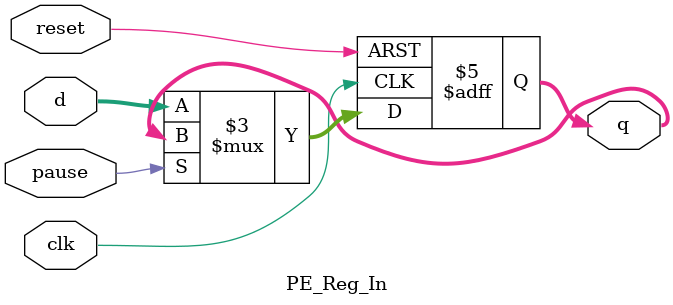
<source format=v>

`timescale 1ns / 1ps

module PE_Reg_In#(parameter REG_WIDTH = 16)(
    input clk, reset, pause,
    input [REG_WIDTH-1:0] d,
    output reg [REG_WIDTH-1:0] q
);

    always @(posedge clk or posedge reset) begin
        if(reset)
            q <= 0;
        else if(!pause)
            q <= d;
    end

endmodule
</source>
